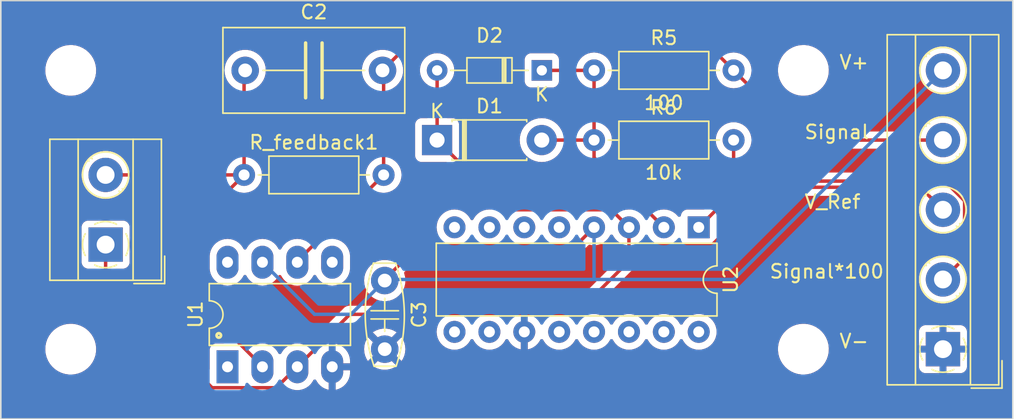
<source format=kicad_pcb>
(kicad_pcb (version 20221018) (generator pcbnew)
  (layers (0 "F.Cu" signal) (31 "B.Cu" signal) (34 "B.Paste" user) (35 "F.Paste" user) (36 "B.SilkS" user "B.Silkscreen") (37 "F.SilkS" user "F.Silkscreen") (38 "B.Mask" user) (39 "F.Mask" user) (44 "Edge.Cuts" user))
  (net 0 "")
  (net 1 "input_current")
  (net 2 "0")
  (net 3 "FIRST_STAGE_OUT")
  (net 4 "reference_voltage")
  (net 5 "Net-(D1-A)")
  (net 6 "second_stage_out")
  (net 10 "v_supply_positive")
  (footprint "TerminalBlock_MetzConnect:TerminalBlock_MetzConnect_Type101_RT01605HBWC_1x05_P5.08mm_Horizontal" (layer "F.Cu") (at 167.64 83.82 90)
    (fp_text reference "J3" hide)
    (fp_text value "output")
    (fp_line (start -2.84 2.06) (end -2.84 4.3) (stroke (width 0.12)) (layer "F.SilkS"))
    (fp_line (start -2.84 4.3) (end -0.84 4.3) (stroke (width 0.12)) (layer "F.SilkS"))
    (fp_line (start -2.6 -4.06) (end -2.6 4.06) (stroke (width 0.12)) (layer "F.SilkS"))
    (fp_line (start -2.6 -4.06) (end 22.92 -4.06) (stroke (width 0.12)) (layer "F.SilkS"))
    (fp_line (start -2.6 -2) (end 22.92 -2) (stroke (width 0.12)) (layer "F.SilkS"))
    (fp_line (start -2.6 2) (end 22.92 2) (stroke (width 0.12)) (layer "F.SilkS"))
    (fp_line (start -2.6 4.06) (end 22.92 4.06) (stroke (width 0.12)) (layer "F.SilkS"))
    (fp_line (start 3.9 0.976) (end 3.806 1.069) (stroke (width 0.12)) (layer "F.SilkS"))
    (fp_line (start 4.07 1.216) (end 4.011 1.274) (stroke (width 0.12)) (layer "F.SilkS"))
    (fp_line (start 6.15 -1.275) (end 6.091 -1.216) (stroke (width 0.12)) (layer "F.SilkS"))
    (fp_line (start 6.355 -1.069) (end 6.261 -0.976) (stroke (width 0.12)) (layer "F.SilkS"))
    (fp_line (start 8.98 0.976) (end 8.886 1.069) (stroke (width 0.12)) (layer "F.SilkS"))
    (fp_line (start 9.15 1.216) (end 9.091 1.274) (stroke (width 0.12)) (layer "F.SilkS"))
    (fp_line (start 11.23 -1.275) (end 11.171 -1.216) (stroke (width 0.12)) (layer "F.SilkS"))
    (fp_line (start 11.435 -1.069) (end 11.341 -0.976) (stroke (width 0.12)) (layer "F.SilkS"))
    (fp_line (start 14.06 0.976) (end 13.966 1.069) (stroke (width 0.12)) (layer "F.SilkS"))
    (fp_line (start 14.23 1.216) (end 14.171 1.274) (stroke (width 0.12)) (layer "F.SilkS"))
    (fp_line (start 16.31 -1.275) (end 16.251 -1.216) (stroke (width 0.12)) (layer "F.SilkS"))
    (fp_line (start 16.515 -1.069) (end 16.421 -0.976) (stroke (width 0.12)) (layer "F.SilkS"))
    (fp_line (start 19.14 0.976) (end 19.046 1.069) (stroke (width 0.12)) (layer "F.SilkS"))
    (fp_line (start 19.31 1.216) (end 19.251 1.274) (stroke (width 0.12)) (layer "F.SilkS"))
    (fp_line (start 21.39 -1.275) (end 21.331 -1.216) (stroke (width 0.12)) (layer "F.SilkS"))
    (fp_line (start 21.595 -1.069) (end 21.501 -0.976) (stroke (width 0.12)) (layer "F.SilkS"))
    (fp_line (start 22.92 -4.06) (end 22.92 4.06) (stroke (width 0.12)) (layer "F.SilkS"))
    (fp_arc (start -1.483953 0.789089) (mid -1.680708 0.00005) (end -1.484 -0.789) (stroke (width 0.12)) (layer "F.SilkS"))
    (fp_arc (start -0.789089 -1.483953) (mid -0.00005 -1.680708) (end 0.789 -1.484) (stroke (width 0.12)) (layer "F.SilkS"))
    (fp_arc (start 0.029383 1.68045) (mid -0.392304 1.634281) (end -0.789 1.484) (stroke (width 0.12)) (layer "F.SilkS"))
    (fp_arc (start 0.788712 1.483352) (mid 0.406429 1.630097) (end 0 1.68) (stroke (width 0.12)) (layer "F.SilkS"))
    (fp_arc (start 1.483953 -0.789089) (mid 1.680708 -0.00005) (end 1.484 0.789) (stroke (width 0.12)) (layer "F.SilkS"))
    (fp_circle (center 5.08 0) (end 6.76 0) (stroke (width 0.12)) (fill none) (layer "F.SilkS"))
    (fp_circle (center 10.16 0) (end 11.84 0) (stroke (width 0.12)) (fill none) (layer "F.SilkS"))
    (fp_circle (center 15.24 0) (end 16.92 0) (stroke (width 0.12)) (fill none) (layer "F.SilkS"))
    (fp_circle (center 20.32 0) (end 22 0) (stroke (width 0.12)) (fill none) (layer "F.SilkS"))
    (pad "1" thru_hole rect (at 0 0 90) (size 2.5 2.5) (drill 1.3) (layers "*.Cu" "*.Mask") (net 2 "0"))
    (pad "2" thru_hole circle (at 5.08 0 90) (size 2.5 2.5) (drill 1.3) (layers "*.Cu" "*.Mask") (net 6 "second_stage_out"))
    (pad "3" thru_hole circle (at 10.16 0 90) (size 2.5 2.5) (drill 1.3) (layers "*.Cu" "*.Mask") (net 4 "reference_voltage"))
    (pad "4" thru_hole circle (at 15.24 0 90) (size 2.5 2.5) (drill 1.3) (layers "*.Cu" "*.Mask") (net 3 "FIRST_STAGE_OUT"))
    (pad "5" thru_hole circle (at 20.32 0 90) (size 2.5 2.5) (drill 1.3) (layers "*.Cu" "*.Mask") (net 10 "v_supply_positive"))
  )
  (footprint "Resistor_THT:R_Axial_DIN0207_L6.3mm_D2.5mm_P10.16mm_Horizontal" (layer "F.Cu") (at 142.24 68.58)
    (fp_text reference "R6" (at 5.08 -2.37) (layer "F.SilkS"))
    (fp_text value "10k" (at 5.08 2.37) (layer "F.SilkS"))
    (fp_line (start 1.04 0) (end 1.81 0) (stroke (width 0.12)) (layer "F.SilkS"))
    (fp_line (start 1.81 -1.37) (end 1.81 1.37) (stroke (width 0.12)) (layer "F.SilkS"))
    (fp_line (start 1.81 1.37) (end 8.35 1.37) (stroke (width 0.12)) (layer "F.SilkS"))
    (fp_line (start 8.35 -1.37) (end 1.81 -1.37) (stroke (width 0.12)) (layer "F.SilkS"))
    (fp_line (start 8.35 1.37) (end 8.35 -1.37) (stroke (width 0.12)) (layer "F.SilkS"))
    (fp_line (start 9.12 0) (end 8.35 0) (stroke (width 0.12)) (layer "F.SilkS"))
    (pad "1" thru_hole circle (at 0 0) (size 1.6 1.6) (drill 0.8) (layers "*.Cu" "*.Mask") (net 5 "Net-(D1-A)"))
    (pad "2" thru_hole oval (at 10.16 0) (size 1.6 1.6) (drill 0.8) (layers "*.Cu" "*.Mask") (net 6 "second_stage_out"))
  )
  (footprint "Capacitor_THT_AKL:C_Disc_D7.5mm_W2.5mm_P5.00mm" (layer "F.Cu") (at 127 78.82 -90)
    (fp_text reference "C3" (at 2.5 -2.5 -90) (layer "F.SilkS"))
    (fp_text value "100n" hide)
    (fp_line (start -1.27 0.8255) (end -1.269301 -0.804129) (stroke (width 0.12)) (layer "F.SilkS"))
    (fp_line (start 1.3 0) (end 2.2 0) (stroke (width 0.12)) (layer "F.SilkS"))
    (fp_line (start 2.2 0) (end 2.2 -1) (stroke (width 0.12)) (layer "F.SilkS"))
    (fp_line (start 2.2 0) (end 2.2 1) (stroke (width 0.12)) (layer "F.SilkS"))
    (fp_line (start 2.8 -1) (end 2.8 1) (stroke (width 0.12)) (layer "F.SilkS"))
    (fp_line (start 2.8 0) (end 3.7 0) (stroke (width 0.12)) (layer "F.SilkS"))
    (fp_line (start 6.2484 0.762) (end 6.2484 -0.8128) (stroke (width 0.12)) (layer "F.SilkS"))
    (fp_arc (start -1.265365 -0.79267) (mid 2.488814 -1.427831) (end 6.2484 -0.8255) (stroke (width 0.12)) (layer "F.SilkS"))
    (fp_arc (start 6.252064 0.772554) (mid 2.4954 1.419637) (end -1.27 0.8255) (stroke (width 0.12)) (layer "F.SilkS"))
    (pad "1" thru_hole circle (at 0 0 270) (size 2 2) (drill 1) (layers "*.Cu" "*.Mask") (net 10 "v_supply_positive"))
    (pad "2" thru_hole circle (at 5 0 270) (size 2 2) (drill 1) (layers "*.Cu" "*.Mask") (net 2 "0"))
  )
  (footprint "MountingHole:MountingHole_3.2mm_M3_DIN965" (layer "F.Cu") (at 157.48 63.5)
    (fp_text reference "H4" hide)
    (fp_text value "MountingHole")
    (pad "" np_thru_hole circle (at 0 0) (size 3.2 3.2) (drill 3.2) (layers "*.Cu" "*.Mask"))
  )
  (footprint "Package_DIP_AKL:DIP-8_W7.62mm_LongPads" (layer "F.Cu") (at 115.555 85.105 90)
    (fp_text reference "U1" (at 3.81 -2.33 90) (layer "F.SilkS"))
    (fp_text value "LMC6001AIN" hide)
    (fp_line (start 1.56 -1.33) (end 1.56 8.95) (stroke (width 0.12)) (layer "F.SilkS"))
    (fp_line (start 1.56 8.95) (end 6.06 8.95) (stroke (width 0.12)) (layer "F.SilkS"))
    (fp_line (start 2.81 -1.33) (end 1.56 -1.33) (stroke (width 0.12)) (layer "F.SilkS"))
    (fp_line (start 6.06 -1.33) (end 4.81 -1.33) (stroke (width 0.12)) (layer "F.SilkS"))
    (fp_line (start 6.06 8.95) (end 6.06 -1.33) (stroke (width 0.12)) (layer "F.SilkS"))
    (fp_arc (start 4.81 -1.33) (mid 3.81 -0.33) (end 2.81 -1.33) (stroke (width 0.12)) (layer "F.SilkS"))
    (fp_circle (center 2.286 -0.635) (end 2.336 -0.635) (stroke (width 0.12)) (fill none) (layer "F.SilkS"))
    (fp_circle (center 2.286 -0.635) (end 2.411 -0.635) (stroke (width 0.12)) (fill none) (layer "F.SilkS"))
    (fp_circle (center 2.286 -0.635) (end 2.486 -0.635) (stroke (width 0.12)) (fill none) (layer "F.SilkS"))
    (pad "1" thru_hole rect (at 0 0 90) (size 2.4 1.6) (drill 0.8) (layers "*.Cu" "*.Mask"))
    (pad "2" thru_hole oval (at 0 2.54 90) (size 2.4 1.6) (drill 0.8) (layers "*.Cu" "*.Mask") (net 1 "input_current"))
    (pad "3" thru_hole oval (at 0 5.08 90) (size 2.4 1.6) (drill 0.8) (layers "*.Cu" "*.Mask") (net 4 "reference_voltage"))
    (pad "4" thru_hole oval (at 0 7.62 90) (size 2.4 1.6) (drill 0.8) (layers "*.Cu" "*.Mask") (net 2 "0"))
    (pad "5" thru_hole oval (at 7.62 7.62 90) (size 2.4 1.6) (drill 0.8) (layers "*.Cu" "*.Mask"))
    (pad "6" thru_hole oval (at 7.62 5.08 90) (size 2.4 1.6) (drill 0.8) (layers "*.Cu" "*.Mask") (net 3 "FIRST_STAGE_OUT"))
    (pad "7" thru_hole oval (at 7.62 2.54 90) (size 2.4 1.6) (drill 0.8) (layers "*.Cu" "*.Mask") (net 10 "v_supply_positive"))
    (pad "8" thru_hole oval (at 7.62 0 90) (size 2.4 1.6) (drill 0.8) (layers "*.Cu" "*.Mask"))
  )
  (footprint "Package_DIP:DIP-16_W7.62mm" (layer "F.Cu") (at 149.86 74.94 -90)
    (fp_text reference "U2" (at 3.81 -2.33 90) (layer "F.SilkS"))
    (fp_text value "TS974ID")
    (fp_line (start 1.16 -1.33) (end 1.16 19.11) (stroke (width 0.12)) (layer "F.SilkS"))
    (fp_line (start 1.16 19.11) (end 6.46 19.11) (stroke (width 0.12)) (layer "F.SilkS"))
    (fp_line (start 2.81 -1.33) (end 1.16 -1.33) (stroke (width 0.12)) (layer "F.SilkS"))
    (fp_line (start 6.46 -1.33) (end 4.81 -1.33) (stroke (width 0.12)) (layer "F.SilkS"))
    (fp_line (start 6.46 19.11) (end 6.46 -1.33) (stroke (width 0.12)) (layer "F.SilkS"))
    (fp_arc (start 4.81 -1.33) (mid 3.81 -0.33) (end 2.81 -1.33) (stroke (width 0.12)) (layer "F.SilkS"))
    (pad "1" thru_hole rect (at 0 0 270) (size 1.6 1.6) (drill 0.8) (layers "*.Cu" "*.Mask") (net 6 "second_stage_out"))
    (pad "2" thru_hole oval (at 0 2.54 270) (size 1.6 1.6) (drill 0.8) (layers "*.Cu" "*.Mask") (net 5 "Net-(D1-A)"))
    (pad "3" thru_hole oval (at 0 5.08 270) (size 1.6 1.6) (drill 0.8) (layers "*.Cu" "*.Mask") (net 4 "reference_voltage"))
    (pad "4" thru_hole oval (at 0 7.62 270) (size 1.6 1.6) (drill 0.8) (layers "*.Cu" "*.Mask") (net 10 "v_supply_positive"))
    (pad "5" thru_hole oval (at 0 10.16 270) (size 1.6 1.6) (drill 0.8) (layers "*.Cu" "*.Mask"))
    (pad "6" thru_hole oval (at 0 12.7 270) (size 1.6 1.6) (drill 0.8) (layers "*.Cu" "*.Mask"))
    (pad "7" thru_hole oval (at 0 15.24 270) (size 1.6 1.6) (drill 0.8) (layers "*.Cu" "*.Mask"))
    (pad "8" thru_hole oval (at 0 17.78 270) (size 1.6 1.6) (drill 0.8) (layers "*.Cu" "*.Mask"))
    (pad "9" thru_hole oval (at 7.62 17.78 270) (size 1.6 1.6) (drill 0.8) (layers "*.Cu" "*.Mask"))
    (pad "10" thru_hole oval (at 7.62 15.24 270) (size 1.6 1.6) (drill 0.8) (layers "*.Cu" "*.Mask"))
    (pad "11" thru_hole oval (at 7.62 12.7 270) (size 1.6 1.6) (drill 0.8) (layers "*.Cu" "*.Mask") (net 2 "0"))
    (pad "12" thru_hole oval (at 7.62 10.16 270) (size 1.6 1.6) (drill 0.8) (layers "*.Cu" "*.Mask"))
    (pad "13" thru_hole oval (at 7.62 7.62 270) (size 1.6 1.6) (drill 0.8) (layers "*.Cu" "*.Mask"))
    (pad "14" thru_hole oval (at 7.62 5.08 270) (size 1.6 1.6) (drill 0.8) (layers "*.Cu" "*.Mask"))
    (pad "15" thru_hole oval (at 7.62 2.54 270) (size 1.6 1.6) (drill 0.8) (layers "*.Cu" "*.Mask"))
    (pad "16" thru_hole oval (at 7.62 0 270) (size 1.6 1.6) (drill 0.8) (layers "*.Cu" "*.Mask"))
  )
  (footprint "Capacitor_THT_AKL:C_Rect_L13.0mm_W6.0mm_P10.00mm_FKS3_FKP3_MKS4" (layer "F.Cu") (at 116.84 63.5)
    (fp_text reference "C2" (at 5 -4.25) (layer "F.SilkS"))
    (fp_text value "0.1nF" hide)
    (fp_line (start -1.62 -3.12) (end -1.62 3.12) (stroke (width 0.12)) (layer "F.SilkS"))
    (fp_line (start -1.62 -3.12) (end 11.62 -3.12) (stroke (width 0.12)) (layer "F.SilkS"))
    (fp_line (start -1.62 3.12) (end 11.62 3.12) (stroke (width 0.12)) (layer "F.SilkS"))
    (fp_line (start 1.3 0) (end 4.4 0) (stroke (width 0.12)) (layer "F.SilkS"))
    (fp_line (start 4.4 2) (end 4.4 -2) (stroke (width 0.25)) (layer "F.SilkS"))
    (fp_line (start 5.6 2) (end 5.6 -2) (stroke (width 0.25)) (layer "F.SilkS"))
    (fp_line (start 8.7 0) (end 5.6 0) (stroke (width 0.12)) (layer "F.SilkS"))
    (fp_line (start 11.62 -3.12) (end 11.62 3.12) (stroke (width 0.12)) (layer "F.SilkS"))
    (pad "1" thru_hole circle (at 0 0) (size 2 2) (drill 1) (layers "*.Cu" "*.Mask") (net 1 "input_current"))
    (pad "2" thru_hole circle (at 10 0) (size 2 2) (drill 1) (layers "*.Cu" "*.Mask") (net 3 "FIRST_STAGE_OUT"))
  )
  (footprint "TerminalBlock_MetzConnect:TerminalBlock_MetzConnect_Type101_RT01602HBWC_1x02_P5.08mm_Horizontal" (layer "F.Cu") (at 106.68 76.2 90)
    (fp_text reference "J1" hide)
    (fp_text value "input")
    (fp_line (start -2.84 2.06) (end -2.84 4.3) (stroke (width 0.12)) (layer "F.SilkS"))
    (fp_line (start -2.84 4.3) (end -0.84 4.3) (stroke (width 0.12)) (layer "F.SilkS"))
    (fp_line (start -2.6 -4.06) (end -2.6 4.06) (stroke (width 0.12)) (layer "F.SilkS"))
    (fp_line (start -2.6 -4.06) (end 7.68 -4.06) (stroke (width 0.12)) (layer "F.SilkS"))
    (fp_line (start -2.6 -2) (end 7.68 -2) (stroke (width 0.12)) (layer "F.SilkS"))
    (fp_line (start -2.6 2) (end 7.68 2) (stroke (width 0.12)) (layer "F.SilkS"))
    (fp_line (start -2.6 4.06) (end 7.68 4.06) (stroke (width 0.12)) (layer "F.SilkS"))
    (fp_line (start 3.9 0.976) (end 3.806 1.069) (stroke (width 0.12)) (layer "F.SilkS"))
    (fp_line (start 4.07 1.216) (end 4.011 1.274) (stroke (width 0.12)) (layer "F.SilkS"))
    (fp_line (start 6.15 -1.275) (end 6.091 -1.216) (stroke (width 0.12)) (layer "F.SilkS"))
    (fp_line (start 6.355 -1.069) (end 6.261 -0.976) (stroke (width 0.12)) (layer "F.SilkS"))
    (fp_line (start 7.68 -4.06) (end 7.68 4.06) (stroke (width 0.12)) (layer "F.SilkS"))
    (fp_arc (start -1.483953 0.789089) (mid -1.680708 0.00005) (end -1.484 -0.789) (stroke (width 0.12)) (layer "F.SilkS"))
    (fp_arc (start -0.789089 -1.483953) (mid -0.00005 -1.680708) (end 0.789 -1.484) (stroke (width 0.12)) (layer "F.SilkS"))
    (fp_arc (start 0.029383 1.68045) (mid -0.392304 1.634281) (end -0.789 1.484) (stroke (width 0.12)) (layer "F.SilkS"))
    (fp_arc (start 0.788712 1.483352) (mid 0.406429 1.630097) (end 0 1.68) (stroke (width 0.12)) (layer "F.SilkS"))
    (fp_arc (start 1.483953 -0.789089) (mid 1.680708 -0.00005) (end 1.484 0.789) (stroke (width 0.12)) (layer "F.SilkS"))
    (fp_circle (center 5.08 0) (end 6.76 0) (stroke (width 0.12)) (fill none) (layer "F.SilkS"))
    (pad "1" thru_hole rect (at 0 0 90) (size 2.5 2.5) (drill 1.3) (layers "*.Cu" "*.Mask") (net 4 "reference_voltage"))
    (pad "2" thru_hole circle (at 5.08 0 90) (size 2.5 2.5) (drill 1.3) (layers "*.Cu" "*.Mask") (net 1 "input_current"))
  )
  (footprint "Diode_THT:D_DO-34_SOD68_P7.62mm_Horizontal" (layer "F.Cu") (at 138.435 63.5 180)
    (fp_text reference "D2" (at 3.81 2.54 180) (layer "F.SilkS"))
    (fp_text value "D")
    (fp_text user "K" (at 0 -1.75 180) (layer "F.SilkS"))
    (fp_line (start 0.99 0) (end 2.17 0) (stroke (width 0.12)) (layer "F.SilkS"))
    (fp_line (start 2.17 -0.92) (end 2.17 0.92) (stroke (width 0.12)) (layer "F.SilkS"))
    (fp_line (start 2.17 0.92) (end 5.45 0.92) (stroke (width 0.12)) (layer "F.SilkS"))
    (fp_line (start 2.626 -0.92) (end 2.626 0.92) (stroke (width 0.12)) (layer "F.SilkS"))
    (fp_line (start 2.746 -0.92) (end 2.746 0.92) (stroke (width 0.12)) (layer "F.SilkS"))
    (fp_line (start 2.866 -0.92) (end 2.866 0.92) (stroke (width 0.12)) (layer "F.SilkS"))
    (fp_line (start 5.45 -0.92) (end 2.17 -0.92) (stroke (width 0.12)) (layer "F.SilkS"))
    (fp_line (start 5.45 0.92) (end 5.45 -0.92) (stroke (width 0.12)) (layer "F.SilkS"))
    (fp_line (start 6.63 0) (end 5.45 0) (stroke (width 0.12)) (layer "F.SilkS"))
    (pad "1" thru_hole rect (at 0 0 180) (size 1.5 1.5) (drill 0.75) (layers "*.Cu" "*.Mask") (net 5 "Net-(D1-A)"))
    (pad "2" thru_hole oval (at 7.62 0 180) (size 1.5 1.5) (drill 0.75) (layers "*.Cu" "*.Mask") (net 4 "reference_voltage"))
  )
  (footprint "Resistor_THT:R_Axial_DIN0207_L6.3mm_D2.5mm_P10.16mm_Horizontal" (layer "F.Cu") (at 116.76 71.12)
    (fp_text reference "R_feedback1" (at 5.08 -2.37) (layer "F.SilkS"))
    (fp_text value "10M")
    (fp_line (start 1.04 0) (end 1.81 0) (stroke (width 0.12)) (layer "F.SilkS"))
    (fp_line (start 1.81 -1.37) (end 1.81 1.37) (stroke (width 0.12)) (layer "F.SilkS"))
    (fp_line (start 1.81 1.37) (end 8.35 1.37) (stroke (width 0.12)) (layer "F.SilkS"))
    (fp_line (start 8.35 -1.37) (end 1.81 -1.37) (stroke (width 0.12)) (layer "F.SilkS"))
    (fp_line (start 8.35 1.37) (end 8.35 -1.37) (stroke (width 0.12)) (layer "F.SilkS"))
    (fp_line (start 9.12 0) (end 8.35 0) (stroke (width 0.12)) (layer "F.SilkS"))
    (pad "1" thru_hole circle (at 0 0) (size 1.6 1.6) (drill 0.8) (layers "*.Cu" "*.Mask") (net 1 "input_current"))
    (pad "2" thru_hole oval (at 10.16 0) (size 1.6 1.6) (drill 0.8) (layers "*.Cu" "*.Mask") (net 3 "FIRST_STAGE_OUT"))
  )
  (footprint "MountingHole:MountingHole_3.2mm_M3_DIN965" (layer "F.Cu") (at 104.14 63.5)
    (fp_text reference "H1" hide)
    (fp_text value "MountingHole")
    (pad "" np_thru_hole circle (at 0 0) (size 3.2 3.2) (drill 3.2) (layers "*.Cu" "*.Mask"))
  )
  (footprint "Resistor_THT:R_Axial_DIN0207_L6.3mm_D2.5mm_P10.16mm_Horizontal" (layer "F.Cu") (at 142.24 63.5)
    (fp_text reference "R5" (at 5.08 -2.37) (layer "F.SilkS"))
    (fp_text value "100" (at 5.08 2.37) (layer "F.SilkS"))
    (fp_line (start 1.04 0) (end 1.81 0) (stroke (width 0.12)) (layer "F.SilkS"))
    (fp_line (start 1.81 -1.37) (end 1.81 1.37) (stroke (width 0.12)) (layer "F.SilkS"))
    (fp_line (start 1.81 1.37) (end 8.35 1.37) (stroke (width 0.12)) (layer "F.SilkS"))
    (fp_line (start 8.35 -1.37) (end 1.81 -1.37) (stroke (width 0.12)) (layer "F.SilkS"))
    (fp_line (start 8.35 1.37) (end 8.35 -1.37) (stroke (width 0.12)) (layer "F.SilkS"))
    (fp_line (start 9.12 0) (end 8.35 0) (stroke (width 0.12)) (layer "F.SilkS"))
    (pad "1" thru_hole circle (at 0 0) (size 1.6 1.6) (drill 0.8) (layers "*.Cu" "*.Mask") (net 5 "Net-(D1-A)"))
    (pad "2" thru_hole oval (at 10.16 0) (size 1.6 1.6) (drill 0.8) (layers "*.Cu" "*.Mask") (net 3 "FIRST_STAGE_OUT"))
  )
  (footprint "MountingHole:MountingHole_3.2mm_M3_DIN965" (layer "F.Cu") (at 104.14 83.82)
    (fp_text reference "H2" hide)
    (fp_text value "MountingHole")
    (pad "" np_thru_hole circle (at 0 0) (size 3.2 3.2) (drill 3.2) (layers "*.Cu" "*.Mask"))
  )
  (footprint "Diode_THT:D_DO-41_SOD81_P7.62mm_Horizontal" (layer "F.Cu") (at 130.81 68.58)
    (fp_text reference "D1" (at 3.81 -2.47) (layer "F.SilkS"))
    (fp_text value "D")
    (fp_text user "K" (at 0 -2.1) (layer "F.SilkS"))
    (fp_line (start 1.09 -1.47) (end 6.53 -1.47) (stroke (width 0.12)) (layer "F.SilkS"))
    (fp_line (start 1.09 -1.34) (end 1.09 -1.47) (stroke (width 0.12)) (layer "F.SilkS"))
    (fp_line (start 1.09 1.34) (end 1.09 1.47) (stroke (width 0.12)) (layer "F.SilkS"))
    (fp_line (start 1.09 1.47) (end 6.53 1.47) (stroke (width 0.12)) (layer "F.SilkS"))
    (fp_line (start 1.87 -1.47) (end 1.87 1.47) (stroke (width 0.12)) (layer "F.SilkS"))
    (fp_line (start 1.99 -1.47) (end 1.99 1.47) (stroke (width 0.12)) (layer "F.SilkS"))
    (fp_line (start 2.11 -1.47) (end 2.11 1.47) (stroke (width 0.12)) (layer "F.SilkS"))
    (fp_line (start 6.53 -1.47) (end 6.53 -1.34) (stroke (width 0.12)) (layer "F.SilkS"))
    (fp_line (start 6.53 1.47) (end 6.53 1.34) (stroke (width 0.12)) (layer "F.SilkS"))
    (pad "1" thru_hole rect (at 0 0) (size 2.2 2.2) (drill 1.1) (layers "*.Cu" "*.Mask") (net 4 "reference_voltage"))
    (pad "2" thru_hole oval (at 7.62 0) (size 2.2 2.2) (drill 1.1) (layers "*.Cu" "*.Mask") (net 5 "Net-(D1-A)"))
  )
  (footprint "MountingHole:MountingHole_3.2mm_M3_DIN965" (layer "F.Cu") (at 157.48 83.82)
    (fp_text reference "H3" hide)
    (fp_text value "MountingHole")
    (pad "" np_thru_hole circle (at 0 0) (size 3.2 3.2) (drill 3.2) (layers "*.Cu" "*.Mask"))
  )
  (gr_rect (start 99.06 58.42) (end 172.72 88.9) (stroke (width 0.1)) (fill none) (layer "Edge.Cuts"))
  (gr_text "Signal" (at 157.48 68.58) (layer "F.SilkS") (effects (font (size 1 1)) (justify left bottom)))
  (gr_text "V_Ref" (at 157.48 73.66) (layer "F.SilkS") (effects (font (size 1 1)) (justify left bottom)))
  (gr_text "V+" (at 160.02 63.5) (layer "F.SilkS") (effects (font (size 1 1)) (justify left bottom)))
  (gr_text "V-" (at 160.02 83.82) (layer "F.SilkS") (effects (font (size 1 1)) (justify left bottom)))
  (gr_text "Signal*100\n" (at 154.94 78.74) (layer "F.SilkS") (effects (font (size 1 1)) (justify left bottom)))
  (segment (start 111.76 76.12) (end 111.76 78.74) (width 0.25) (layer "F.Cu") (net 1))
  (segment (start 116.76 71.12) (end 111.76 76.12) (width 0.25) (layer "F.Cu") (net 1))
  (segment (start 111.76 78.74) (end 118.095 85.075) (width 0.25) (layer "F.Cu") (net 1))
  (segment (start 116.76 71.12) (end 116.76 63.58) (width 0.25) (layer "F.Cu") (net 1))
  (segment (start 116.76 63.58) (end 116.84 63.5) (width 0.25) (layer "F.Cu") (net 1))
  (segment (start 106.68 71.12) (end 116.76 71.12) (width 0.25) (layer "F.Cu") (net 1))
  (segment (start 118.095 85.075) (end 118.095 85.105) (width 0.25) (layer "F.Cu") (net 1))
  (segment (start 127 83.82) (end 125.715 85.105) (width 0.25) (layer "F.Cu") (net 2))
  (segment (start 125.715 85.105) (end 123.175 85.105) (width 0.25) (layer "F.Cu") (net 2))
  (segment (start 152.4 63.5) (end 149.86 60.96) (width 0.25) (layer "F.Cu") (net 3))
  (segment (start 126.92 71.12) (end 120.635 77.405) (width 0.25) (layer "F.Cu") (net 3))
  (segment (start 120.635 77.405) (end 120.635 77.485) (width 0.25) (layer "F.Cu") (net 3))
  (segment (start 149.86 60.96) (end 129.38 60.96) (width 0.25) (layer "F.Cu") (net 3))
  (segment (start 126.92 63.58) (end 126.84 63.5) (width 0.25) (layer "F.Cu") (net 3))
  (segment (start 126.92 71.12) (end 126.92 63.58) (width 0.25) (layer "F.Cu") (net 3))
  (segment (start 167.64 68.58) (end 157.48 68.58) (width 0.25) (layer "F.Cu") (net 3))
  (segment (start 157.48 68.58) (end 152.4 63.5) (width 0.25) (layer "F.Cu") (net 3))
  (segment (start 129.38 60.96) (end 126.84 63.5) (width 0.25) (layer "F.Cu") (net 3))
  (segment (start 144.78 74.94) (end 144.78 77.4) (width 0.25) (layer "F.Cu") (net 4))
  (segment (start 114.43 86.63) (end 119.11 86.63) (width 0.25) (layer "F.Cu") (net 4))
  (segment (start 130.81 68.58) (end 135.89 73.66) (width 0.25) (layer "F.Cu") (net 4))
  (segment (start 152.4 73.37) (end 153.75 72.02) (width 0.25) (layer "F.Cu") (net 4))
  (segment (start 124.46 81.28) (end 140.9 81.28) (width 0.25) (layer "F.Cu") (net 4))
  (segment (start 106.68 76.2) (end 106.68 78.88) (width 0.25) (layer "F.Cu") (net 4))
  (segment (start 166 72.02) (end 167.64 73.66) (width 0.25) (layer "F.Cu") (net 4))
  (segment (start 153.75 72.02) (end 166 72.02) (width 0.25) (layer "F.Cu") (net 4))
  (segment (start 150.85 76.2) (end 152.4 74.65) (width 0.25) (layer "F.Cu") (net 4))
  (segment (start 144.78 77.4) (end 145.98 76.2) (width 0.25) (layer "F.Cu") (net 4))
  (segment (start 145.98 76.2) (end 150.85 76.2) (width 0.25) (layer "F.Cu") (net 4))
  (segment (start 135.89 73.66) (end 143.5 73.66) (width 0.25) (layer "F.Cu") (net 4))
  (segment (start 130.815 63.5) (end 130.815 68.575) (width 0.25) (layer "F.Cu") (net 4))
  (segment (start 106.68 78.88) (end 114.43 86.63) (width 0.25) (layer "F.Cu") (net 4))
  (segment (start 119.11 86.63) (end 120.635 85.105) (width 0.25) (layer "F.Cu") (net 4))
  (segment (start 130.815 68.575) (end 130.81 68.58) (width 0.25) (layer "F.Cu") (net 4))
  (segment (start 140.9 81.28) (end 144.78 77.4) (width 0.25) (layer "F.Cu") (net 4))
  (segment (start 152.4 74.65) (end 152.4 73.37) (width 0.25) (layer "F.Cu") (net 4))
  (segment (start 120.635 85.105) (end 124.46 81.28) (width 0.25) (layer "F.Cu") (net 4))
  (segment (start 143.5 73.66) (end 144.78 74.94) (width 0.25) (layer "F.Cu") (net 4))
  (segment (start 142.24 68.58) (end 142.24 69.86) (width 0.25) (layer "F.Cu") (net 5))
  (segment (start 142.24 69.86) (end 147.32 74.94) (width 0.25) (layer "F.Cu") (net 5))
  (segment (start 142.24 63.5) (end 142.24 68.58) (width 0.25) (layer "F.Cu") (net 5))
  (segment (start 138.435 63.5) (end 142.24 63.5) (width 0.25) (layer "F.Cu") (net 5))
  (segment (start 142.24 68.58) (end 138.43 68.58) (width 0.25) (layer "F.Cu") (net 5))
  (segment (start 152.4 71.12) (end 152.4 72.4) (width 0.25) (layer "F.Cu") (net 6))
  (segment (start 169.215 73.007613) (end 169.215 77.165) (width 0.25) (layer "F.Cu") (net 6))
  (segment (start 152.4 71.12) (end 152.4 71.57) (width 0.25) (layer "F.Cu") (net 6))
  (segment (start 169.215 77.165) (end 167.64 78.74) (width 0.25) (layer "F.Cu") (net 6))
  (segment (start 152.4 72.4) (end 149.86 74.94) (width 0.25) (layer "F.Cu") (net 6))
  (segment (start 167.777387 71.57) (end 169.215 73.007613) (width 0.25) (layer "F.Cu") (net 6))
  (segment (start 152.4 68.58) (end 152.4 71.12) (width 0.25) (layer "F.Cu") (net 6))
  (segment (start 152.4 71.57) (end 167.777387 71.57) (width 0.25) (layer "F.Cu") (net 6))
  (segment (start 140.98 76.2) (end 142.24 74.94) (width 0.25) (layer "F.Cu") (net 10))
  (segment (start 127 78.74) (end 129.54 76.2) (width 0.25) (layer "F.Cu") (net 10))
  (segment (start 129.54 76.2) (end 140.98 76.2) (width 0.25) (layer "F.Cu") (net 10))
  (segment (start 142.24 74.94) (end 142.24 78.66) (width 0.25) (layer "B.Cu") (net 10))
  (segment (start 124.54 81.28) (end 121.89 81.28) (width 0.25) (layer "B.Cu") (net 10))
  (segment (start 142.24 78.66) (end 142.32 78.74) (width 0.25) (layer "B.Cu") (net 10))
  (segment (start 127 78.82) (end 124.54 81.28) (width 0.25) (layer "B.Cu") (net 10))
  (segment (start 167.64 63.5) (end 152.4 78.74) (width 0.25) (layer "B.Cu") (net 10))
  (segment (start 127.08 78.74) (end 127 78.82) (width 0.25) (layer "B.Cu") (net 10))
  (segment (start 152.4 78.74) (end 142.32 78.74) (width 0.25) (layer "B.Cu") (net 10))
  (segment (start 121.89 81.28) (end 118.095 77.485) (width 0.25) (layer "B.Cu") (net 10))
  (segment (start 142.16 78.74) (end 127.08 78.74) (width 0.25) (layer "B.Cu") (net 10))
  (zone (net 2) (net_name "0") (layer "F.Cu") (priority 1) (connect_pads (clearance 0.5)) (min_thickness 0.25) (fill yes (thermal_gap 0.5) (thermal_bridge_width 0.5))
    (polygon (pts (xy 99.06 58.42) (xy 172.72 58.42) (xy 172.72 88.9) (xy 99.06 88.9)))
  )
  (zone (net 2) (net_name "0") (layer "B.Cu") (connect_pads (clearance 0.5)) (min_thickness 0.25) (fill yes (thermal_gap 0.5) (thermal_bridge_width 0.5))
    (polygon (pts (xy 172.72 58.42) (xy 99.06 58.42) (xy 99.06 88.9) (xy 172.72 88.9)))
  )
)
</source>
